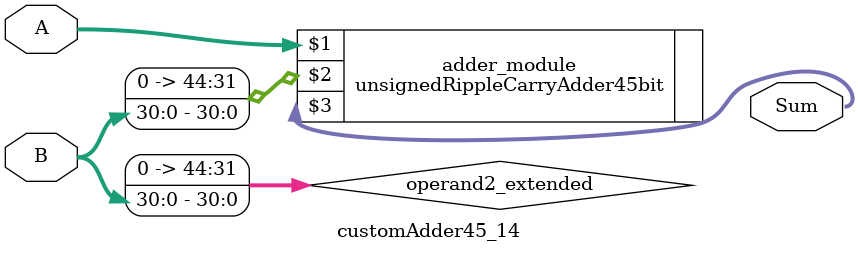
<source format=v>
module customAdder45_14(
                        input [44 : 0] A,
                        input [30 : 0] B,
                        
                        output [45 : 0] Sum
                );

        wire [44 : 0] operand2_extended;
        
        assign operand2_extended =  {14'b0, B};
        
        unsignedRippleCarryAdder45bit adder_module(
            A,
            operand2_extended,
            Sum
        );
        
        endmodule
        
</source>
